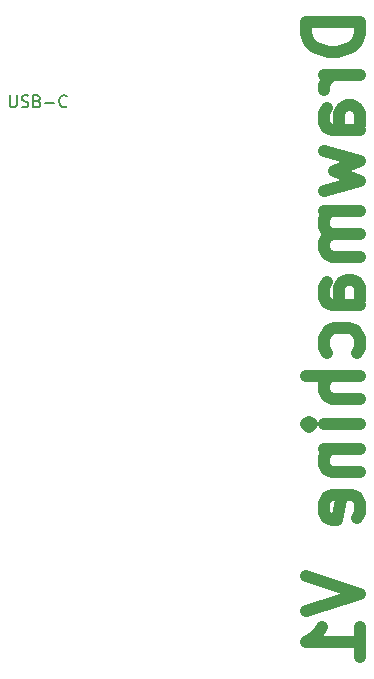
<source format=gbr>
%TF.GenerationSoftware,KiCad,Pcbnew,(6.0.5)*%
%TF.CreationDate,2023-01-24T10:12:54+01:00*%
%TF.ProjectId,Zeichenmaschine,5a656963-6865-46e6-9d61-736368696e65,rev?*%
%TF.SameCoordinates,Original*%
%TF.FileFunction,Legend,Bot*%
%TF.FilePolarity,Positive*%
%FSLAX46Y46*%
G04 Gerber Fmt 4.6, Leading zero omitted, Abs format (unit mm)*
G04 Created by KiCad (PCBNEW (6.0.5)) date 2023-01-24 10:12:54*
%MOMM*%
%LPD*%
G01*
G04 APERTURE LIST*
%ADD10C,0.150000*%
%ADD11C,1.000000*%
G04 APERTURE END LIST*
D10*
X135219047Y-59452380D02*
X135219047Y-60261904D01*
X135266666Y-60357142D01*
X135314285Y-60404761D01*
X135409523Y-60452380D01*
X135600000Y-60452380D01*
X135695238Y-60404761D01*
X135742857Y-60357142D01*
X135790476Y-60261904D01*
X135790476Y-59452380D01*
X136219047Y-60404761D02*
X136361904Y-60452380D01*
X136600000Y-60452380D01*
X136695238Y-60404761D01*
X136742857Y-60357142D01*
X136790476Y-60261904D01*
X136790476Y-60166666D01*
X136742857Y-60071428D01*
X136695238Y-60023809D01*
X136600000Y-59976190D01*
X136409523Y-59928571D01*
X136314285Y-59880952D01*
X136266666Y-59833333D01*
X136219047Y-59738095D01*
X136219047Y-59642857D01*
X136266666Y-59547619D01*
X136314285Y-59500000D01*
X136409523Y-59452380D01*
X136647619Y-59452380D01*
X136790476Y-59500000D01*
X137552380Y-59928571D02*
X137695238Y-59976190D01*
X137742857Y-60023809D01*
X137790476Y-60119047D01*
X137790476Y-60261904D01*
X137742857Y-60357142D01*
X137695238Y-60404761D01*
X137600000Y-60452380D01*
X137219047Y-60452380D01*
X137219047Y-59452380D01*
X137552380Y-59452380D01*
X137647619Y-59500000D01*
X137695238Y-59547619D01*
X137742857Y-59642857D01*
X137742857Y-59738095D01*
X137695238Y-59833333D01*
X137647619Y-59880952D01*
X137552380Y-59928571D01*
X137219047Y-59928571D01*
X138219047Y-60071428D02*
X138980952Y-60071428D01*
X140028571Y-60357142D02*
X139980952Y-60404761D01*
X139838095Y-60452380D01*
X139742857Y-60452380D01*
X139600000Y-60404761D01*
X139504761Y-60309523D01*
X139457142Y-60214285D01*
X139409523Y-60023809D01*
X139409523Y-59880952D01*
X139457142Y-59690476D01*
X139504761Y-59595238D01*
X139600000Y-59500000D01*
X139742857Y-59452380D01*
X139838095Y-59452380D01*
X139980952Y-59500000D01*
X140028571Y-59547619D01*
D11*
X164835714Y-53214285D02*
X160335714Y-53214285D01*
X160335714Y-54285714D01*
X160550000Y-54928571D01*
X160978571Y-55357142D01*
X161407142Y-55571428D01*
X162264285Y-55785714D01*
X162907142Y-55785714D01*
X163764285Y-55571428D01*
X164192857Y-55357142D01*
X164621428Y-54928571D01*
X164835714Y-54285714D01*
X164835714Y-53214285D01*
X164835714Y-57714285D02*
X161835714Y-57714285D01*
X162692857Y-57714285D02*
X162264285Y-57928571D01*
X162050000Y-58142857D01*
X161835714Y-58571428D01*
X161835714Y-59000000D01*
X164835714Y-62428571D02*
X162478571Y-62428571D01*
X162050000Y-62214285D01*
X161835714Y-61785714D01*
X161835714Y-60928571D01*
X162050000Y-60500000D01*
X164621428Y-62428571D02*
X164835714Y-62000000D01*
X164835714Y-60928571D01*
X164621428Y-60500000D01*
X164192857Y-60285714D01*
X163764285Y-60285714D01*
X163335714Y-60500000D01*
X163121428Y-60928571D01*
X163121428Y-62000000D01*
X162907142Y-62428571D01*
X161835714Y-64142857D02*
X164835714Y-65000000D01*
X162692857Y-65857142D01*
X164835714Y-66714285D01*
X161835714Y-67571428D01*
X164835714Y-69285714D02*
X161835714Y-69285714D01*
X162264285Y-69285714D02*
X162050000Y-69500000D01*
X161835714Y-69928571D01*
X161835714Y-70571428D01*
X162050000Y-71000000D01*
X162478571Y-71214285D01*
X164835714Y-71214285D01*
X162478571Y-71214285D02*
X162050000Y-71428571D01*
X161835714Y-71857142D01*
X161835714Y-72500000D01*
X162050000Y-72928571D01*
X162478571Y-73142857D01*
X164835714Y-73142857D01*
X164835714Y-77214285D02*
X162478571Y-77214285D01*
X162050000Y-77000000D01*
X161835714Y-76571428D01*
X161835714Y-75714285D01*
X162050000Y-75285714D01*
X164621428Y-77214285D02*
X164835714Y-76785714D01*
X164835714Y-75714285D01*
X164621428Y-75285714D01*
X164192857Y-75071428D01*
X163764285Y-75071428D01*
X163335714Y-75285714D01*
X163121428Y-75714285D01*
X163121428Y-76785714D01*
X162907142Y-77214285D01*
X164621428Y-81285714D02*
X164835714Y-80857142D01*
X164835714Y-80000000D01*
X164621428Y-79571428D01*
X164407142Y-79357142D01*
X163978571Y-79142857D01*
X162692857Y-79142857D01*
X162264285Y-79357142D01*
X162050000Y-79571428D01*
X161835714Y-80000000D01*
X161835714Y-80857142D01*
X162050000Y-81285714D01*
X164835714Y-83214285D02*
X160335714Y-83214285D01*
X164835714Y-85142857D02*
X162478571Y-85142857D01*
X162050000Y-84928571D01*
X161835714Y-84500000D01*
X161835714Y-83857142D01*
X162050000Y-83428571D01*
X162264285Y-83214285D01*
X164835714Y-87285714D02*
X161835714Y-87285714D01*
X160335714Y-87285714D02*
X160550000Y-87071428D01*
X160764285Y-87285714D01*
X160550000Y-87500000D01*
X160335714Y-87285714D01*
X160764285Y-87285714D01*
X161835714Y-89428571D02*
X164835714Y-89428571D01*
X162264285Y-89428571D02*
X162050000Y-89642857D01*
X161835714Y-90071428D01*
X161835714Y-90714285D01*
X162050000Y-91142857D01*
X162478571Y-91357142D01*
X164835714Y-91357142D01*
X164621428Y-95214285D02*
X164835714Y-94785714D01*
X164835714Y-93928571D01*
X164621428Y-93500000D01*
X164192857Y-93285714D01*
X162478571Y-93285714D01*
X162050000Y-93500000D01*
X161835714Y-93928571D01*
X161835714Y-94785714D01*
X162050000Y-95214285D01*
X162478571Y-95428571D01*
X162907142Y-95428571D01*
X163335714Y-93285714D01*
X160335714Y-100142857D02*
X164835714Y-101642857D01*
X160335714Y-103142857D01*
X164835714Y-107000000D02*
X164835714Y-104428571D01*
X164835714Y-105714285D02*
X160335714Y-105714285D01*
X160978571Y-105285714D01*
X161407142Y-104857142D01*
X161621428Y-104428571D01*
M02*

</source>
